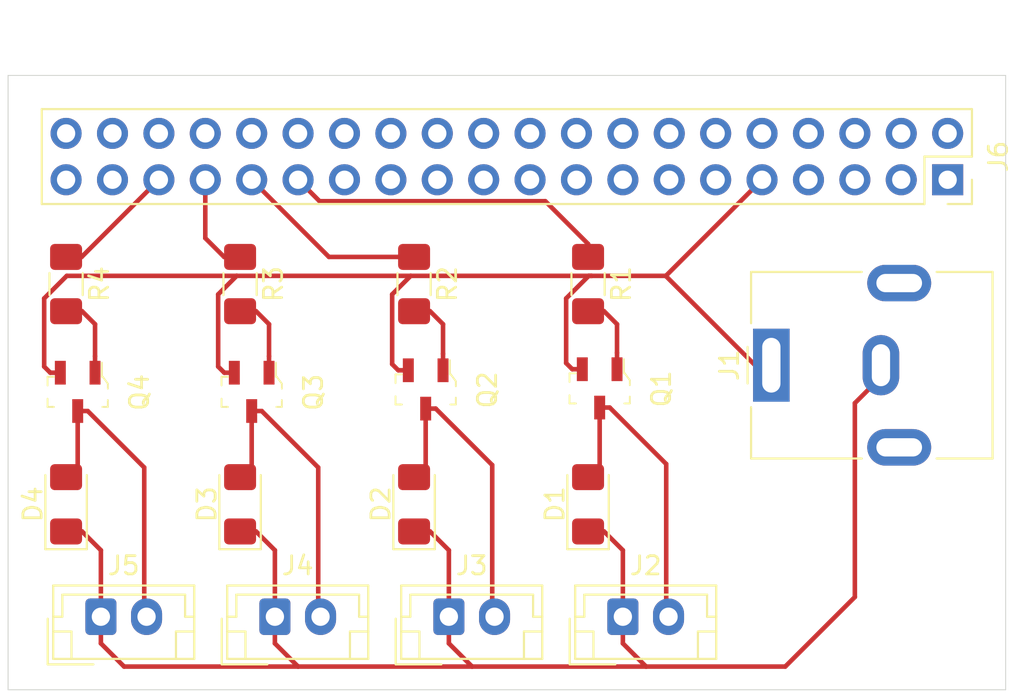
<source format=kicad_pcb>
(kicad_pcb (version 20171130) (host pcbnew "(5.1.5-0-10_14)")

  (general
    (thickness 1.6)
    (drawings 4)
    (tracks 104)
    (zones 0)
    (modules 18)
    (nets 50)
  )

  (page A4)
  (layers
    (0 F.Cu signal)
    (31 B.Cu signal)
    (32 B.Adhes user)
    (33 F.Adhes user)
    (34 B.Paste user)
    (35 F.Paste user)
    (36 B.SilkS user)
    (37 F.SilkS user)
    (38 B.Mask user)
    (39 F.Mask user)
    (40 Dwgs.User user)
    (41 Cmts.User user)
    (42 Eco1.User user)
    (43 Eco2.User user)
    (44 Edge.Cuts user)
    (45 Margin user)
    (46 B.CrtYd user)
    (47 F.CrtYd user)
    (48 B.Fab user)
    (49 F.Fab user)
  )

  (setup
    (last_trace_width 0.25)
    (trace_clearance 0.2)
    (zone_clearance 0.508)
    (zone_45_only no)
    (trace_min 0.2)
    (via_size 0.8)
    (via_drill 0.4)
    (via_min_size 0.4)
    (via_min_drill 0.3)
    (uvia_size 0.3)
    (uvia_drill 0.1)
    (uvias_allowed no)
    (uvia_min_size 0.2)
    (uvia_min_drill 0.1)
    (edge_width 0.05)
    (segment_width 0.2)
    (pcb_text_width 0.3)
    (pcb_text_size 1.5 1.5)
    (mod_edge_width 0.12)
    (mod_text_size 1 1)
    (mod_text_width 0.15)
    (pad_size 1.524 1.524)
    (pad_drill 0.762)
    (pad_to_mask_clearance 0.051)
    (solder_mask_min_width 0.25)
    (aux_axis_origin 0 0)
    (visible_elements FFFFFF7F)
    (pcbplotparams
      (layerselection 0x010fc_ffffffff)
      (usegerberextensions false)
      (usegerberattributes false)
      (usegerberadvancedattributes false)
      (creategerberjobfile false)
      (excludeedgelayer true)
      (linewidth 0.100000)
      (plotframeref false)
      (viasonmask false)
      (mode 1)
      (useauxorigin false)
      (hpglpennumber 1)
      (hpglpenspeed 20)
      (hpglpendiameter 15.000000)
      (psnegative false)
      (psa4output false)
      (plotreference true)
      (plotvalue true)
      (plotinvisibletext false)
      (padsonsilk false)
      (subtractmaskfromsilk false)
      (outputformat 1)
      (mirror false)
      (drillshape 1)
      (scaleselection 1)
      (outputdirectory ""))
  )

  (net 0 "")
  (net 1 "Net-(D1-Pad1)")
  (net 2 "Net-(D1-Pad2)")
  (net 3 "Net-(D2-Pad2)")
  (net 4 "Net-(D3-Pad2)")
  (net 5 "Net-(D4-Pad2)")
  (net 6 "Net-(J1-Pad1)")
  (net 7 "Net-(J6-Pad1)")
  (net 8 "Net-(J6-Pad2)")
  (net 9 "Net-(J6-Pad3)")
  (net 10 "Net-(J6-Pad4)")
  (net 11 "Net-(J6-Pad5)")
  (net 12 "Net-(J6-Pad6)")
  (net 13 "Net-(J6-Pad7)")
  (net 14 "Net-(J6-Pad8)")
  (net 15 "Net-(J6-Pad10)")
  (net 16 "Net-(J6-Pad11)")
  (net 17 "Net-(J6-Pad12)")
  (net 18 "Net-(J6-Pad13)")
  (net 19 "Net-(J6-Pad14)")
  (net 20 "Net-(J6-Pad15)")
  (net 21 "Net-(J6-Pad16)")
  (net 22 "Net-(J6-Pad17)")
  (net 23 "Net-(J6-Pad18)")
  (net 24 "Net-(J6-Pad19)")
  (net 25 "Net-(J6-Pad20)")
  (net 26 "Net-(J6-Pad21)")
  (net 27 "Net-(J6-Pad22)")
  (net 28 "Net-(J6-Pad23)")
  (net 29 "Net-(J6-Pad24)")
  (net 30 "Net-(J6-Pad25)")
  (net 31 "Net-(J6-Pad26)")
  (net 32 "Net-(J6-Pad27)")
  (net 33 "Net-(J6-Pad28)")
  (net 34 "Net-(J6-Pad29)")
  (net 35 "Net-(J6-Pad30)")
  (net 36 "Net-(J6-Pad31)")
  (net 37 "Net-(J6-Pad32)")
  (net 38 "Net-(J6-Pad33)")
  (net 39 "Net-(J6-Pad34)")
  (net 40 "Net-(J6-Pad35)")
  (net 41 "Net-(J6-Pad36)")
  (net 42 "Net-(J6-Pad37)")
  (net 43 "Net-(J6-Pad38)")
  (net 44 "Net-(J6-Pad39)")
  (net 45 "Net-(J6-Pad40)")
  (net 46 "Net-(Q1-Pad1)")
  (net 47 "Net-(Q2-Pad1)")
  (net 48 "Net-(Q3-Pad1)")
  (net 49 "Net-(Q4-Pad1)")

  (net_class Default "This is the default net class."
    (clearance 0.2)
    (trace_width 0.25)
    (via_dia 0.8)
    (via_drill 0.4)
    (uvia_dia 0.3)
    (uvia_drill 0.1)
    (add_net "Net-(D1-Pad1)")
    (add_net "Net-(D1-Pad2)")
    (add_net "Net-(D2-Pad2)")
    (add_net "Net-(D3-Pad2)")
    (add_net "Net-(D4-Pad2)")
    (add_net "Net-(J1-Pad1)")
    (add_net "Net-(J6-Pad1)")
    (add_net "Net-(J6-Pad10)")
    (add_net "Net-(J6-Pad11)")
    (add_net "Net-(J6-Pad12)")
    (add_net "Net-(J6-Pad13)")
    (add_net "Net-(J6-Pad14)")
    (add_net "Net-(J6-Pad15)")
    (add_net "Net-(J6-Pad16)")
    (add_net "Net-(J6-Pad17)")
    (add_net "Net-(J6-Pad18)")
    (add_net "Net-(J6-Pad19)")
    (add_net "Net-(J6-Pad2)")
    (add_net "Net-(J6-Pad20)")
    (add_net "Net-(J6-Pad21)")
    (add_net "Net-(J6-Pad22)")
    (add_net "Net-(J6-Pad23)")
    (add_net "Net-(J6-Pad24)")
    (add_net "Net-(J6-Pad25)")
    (add_net "Net-(J6-Pad26)")
    (add_net "Net-(J6-Pad27)")
    (add_net "Net-(J6-Pad28)")
    (add_net "Net-(J6-Pad29)")
    (add_net "Net-(J6-Pad3)")
    (add_net "Net-(J6-Pad30)")
    (add_net "Net-(J6-Pad31)")
    (add_net "Net-(J6-Pad32)")
    (add_net "Net-(J6-Pad33)")
    (add_net "Net-(J6-Pad34)")
    (add_net "Net-(J6-Pad35)")
    (add_net "Net-(J6-Pad36)")
    (add_net "Net-(J6-Pad37)")
    (add_net "Net-(J6-Pad38)")
    (add_net "Net-(J6-Pad39)")
    (add_net "Net-(J6-Pad4)")
    (add_net "Net-(J6-Pad40)")
    (add_net "Net-(J6-Pad5)")
    (add_net "Net-(J6-Pad6)")
    (add_net "Net-(J6-Pad7)")
    (add_net "Net-(J6-Pad8)")
    (add_net "Net-(Q1-Pad1)")
    (add_net "Net-(Q2-Pad1)")
    (add_net "Net-(Q3-Pad1)")
    (add_net "Net-(Q4-Pad1)")
  )

  (module Connector_JST:JST_EH_B2B-EH-A_1x02_P2.50mm_Vertical (layer F.Cu) (tedit 5C28142C) (tstamp 5E197401)
    (at 231.14 49.3395)
    (descr "JST EH series connector, B2B-EH-A (http://www.jst-mfg.com/product/pdf/eng/eEH.pdf), generated with kicad-footprint-generator")
    (tags "connector JST EH vertical")
    (path /5E1A7C9E)
    (fp_text reference J3 (at 1.25 -2.8) (layer F.SilkS)
      (effects (font (size 1 1) (thickness 0.15)))
    )
    (fp_text value "Oscillation Speed" (at 1.25 3.4) (layer F.Fab)
      (effects (font (size 1 1) (thickness 0.15)))
    )
    (fp_text user %R (at 1.25 1.5) (layer F.Fab)
      (effects (font (size 1 1) (thickness 0.15)))
    )
    (fp_line (start -2.91 2.61) (end -0.41 2.61) (layer F.Fab) (width 0.1))
    (fp_line (start -2.91 0.11) (end -2.91 2.61) (layer F.Fab) (width 0.1))
    (fp_line (start -2.91 2.61) (end -0.41 2.61) (layer F.SilkS) (width 0.12))
    (fp_line (start -2.91 0.11) (end -2.91 2.61) (layer F.SilkS) (width 0.12))
    (fp_line (start 4.11 0.81) (end 4.11 2.31) (layer F.SilkS) (width 0.12))
    (fp_line (start 5.11 0.81) (end 4.11 0.81) (layer F.SilkS) (width 0.12))
    (fp_line (start -1.61 0.81) (end -1.61 2.31) (layer F.SilkS) (width 0.12))
    (fp_line (start -2.61 0.81) (end -1.61 0.81) (layer F.SilkS) (width 0.12))
    (fp_line (start 4.61 0) (end 5.11 0) (layer F.SilkS) (width 0.12))
    (fp_line (start 4.61 -1.21) (end 4.61 0) (layer F.SilkS) (width 0.12))
    (fp_line (start -2.11 -1.21) (end 4.61 -1.21) (layer F.SilkS) (width 0.12))
    (fp_line (start -2.11 0) (end -2.11 -1.21) (layer F.SilkS) (width 0.12))
    (fp_line (start -2.61 0) (end -2.11 0) (layer F.SilkS) (width 0.12))
    (fp_line (start 5.11 -1.71) (end -2.61 -1.71) (layer F.SilkS) (width 0.12))
    (fp_line (start 5.11 2.31) (end 5.11 -1.71) (layer F.SilkS) (width 0.12))
    (fp_line (start -2.61 2.31) (end 5.11 2.31) (layer F.SilkS) (width 0.12))
    (fp_line (start -2.61 -1.71) (end -2.61 2.31) (layer F.SilkS) (width 0.12))
    (fp_line (start 5.5 -2.1) (end -3 -2.1) (layer F.CrtYd) (width 0.05))
    (fp_line (start 5.5 2.7) (end 5.5 -2.1) (layer F.CrtYd) (width 0.05))
    (fp_line (start -3 2.7) (end 5.5 2.7) (layer F.CrtYd) (width 0.05))
    (fp_line (start -3 -2.1) (end -3 2.7) (layer F.CrtYd) (width 0.05))
    (fp_line (start 5 -1.6) (end -2.5 -1.6) (layer F.Fab) (width 0.1))
    (fp_line (start 5 2.2) (end 5 -1.6) (layer F.Fab) (width 0.1))
    (fp_line (start -2.5 2.2) (end 5 2.2) (layer F.Fab) (width 0.1))
    (fp_line (start -2.5 -1.6) (end -2.5 2.2) (layer F.Fab) (width 0.1))
    (pad 2 thru_hole oval (at 2.5 0) (size 1.7 2) (drill 1) (layers *.Cu *.Mask)
      (net 3 "Net-(D2-Pad2)"))
    (pad 1 thru_hole roundrect (at 0 0) (size 1.7 2) (drill 1) (layers *.Cu *.Mask) (roundrect_rratio 0.147059)
      (net 1 "Net-(D1-Pad1)"))
    (model ${KISYS3DMOD}/Connector_JST.3dshapes/JST_EH_B2B-EH-A_1x02_P2.50mm_Vertical.wrl
      (at (xyz 0 0 0))
      (scale (xyz 1 1 1))
      (rotate (xyz 0 0 0))
    )
  )

  (module Diode_SMD:D_1206_3216Metric_Pad1.42x1.75mm_HandSolder (layer F.Cu) (tedit 5B4B45C8) (tstamp 5E1974BD)
    (at 238.76 43.18 90)
    (descr "Diode SMD 1206 (3216 Metric), square (rectangular) end terminal, IPC_7351 nominal, (Body size source: http://www.tortai-tech.com/upload/download/2011102023233369053.pdf), generated with kicad-footprint-generator")
    (tags "diode handsolder")
    (path /5E1BD298)
    (attr smd)
    (fp_text reference D1 (at 0 -1.82 90) (layer F.SilkS)
      (effects (font (size 1 1) (thickness 0.15)))
    )
    (fp_text value D (at 0 1.82 90) (layer F.Fab)
      (effects (font (size 1 1) (thickness 0.15)))
    )
    (fp_line (start 1.6 -0.8) (end -1.2 -0.8) (layer F.Fab) (width 0.1))
    (fp_line (start -1.2 -0.8) (end -1.6 -0.4) (layer F.Fab) (width 0.1))
    (fp_line (start -1.6 -0.4) (end -1.6 0.8) (layer F.Fab) (width 0.1))
    (fp_line (start -1.6 0.8) (end 1.6 0.8) (layer F.Fab) (width 0.1))
    (fp_line (start 1.6 0.8) (end 1.6 -0.8) (layer F.Fab) (width 0.1))
    (fp_line (start 1.6 -1.135) (end -2.46 -1.135) (layer F.SilkS) (width 0.12))
    (fp_line (start -2.46 -1.135) (end -2.46 1.135) (layer F.SilkS) (width 0.12))
    (fp_line (start -2.46 1.135) (end 1.6 1.135) (layer F.SilkS) (width 0.12))
    (fp_line (start -2.45 1.12) (end -2.45 -1.12) (layer F.CrtYd) (width 0.05))
    (fp_line (start -2.45 -1.12) (end 2.45 -1.12) (layer F.CrtYd) (width 0.05))
    (fp_line (start 2.45 -1.12) (end 2.45 1.12) (layer F.CrtYd) (width 0.05))
    (fp_line (start 2.45 1.12) (end -2.45 1.12) (layer F.CrtYd) (width 0.05))
    (fp_text user %R (at 0 0 90) (layer F.Fab)
      (effects (font (size 0.8 0.8) (thickness 0.12)))
    )
    (pad 1 smd roundrect (at -1.4875 0 90) (size 1.425 1.75) (layers F.Cu F.Paste F.Mask) (roundrect_rratio 0.175439)
      (net 1 "Net-(D1-Pad1)"))
    (pad 2 smd roundrect (at 1.4875 0 90) (size 1.425 1.75) (layers F.Cu F.Paste F.Mask) (roundrect_rratio 0.175439)
      (net 2 "Net-(D1-Pad2)"))
    (model ${KISYS3DMOD}/Diode_SMD.3dshapes/D_1206_3216Metric.wrl
      (at (xyz 0 0 0))
      (scale (xyz 1 1 1))
      (rotate (xyz 0 0 0))
    )
  )

  (module Diode_SMD:D_1206_3216Metric_Pad1.42x1.75mm_HandSolder (layer F.Cu) (tedit 5B4B45C8) (tstamp 5E197451)
    (at 229.235 43.18 90)
    (descr "Diode SMD 1206 (3216 Metric), square (rectangular) end terminal, IPC_7351 nominal, (Body size source: http://www.tortai-tech.com/upload/download/2011102023233369053.pdf), generated with kicad-footprint-generator")
    (tags "diode handsolder")
    (path /5E1BF9C8)
    (attr smd)
    (fp_text reference D2 (at 0 -1.82 90) (layer F.SilkS)
      (effects (font (size 1 1) (thickness 0.15)))
    )
    (fp_text value D (at 0 1.82 90) (layer F.Fab)
      (effects (font (size 1 1) (thickness 0.15)))
    )
    (fp_text user %R (at 0 0 90) (layer F.Fab)
      (effects (font (size 0.8 0.8) (thickness 0.12)))
    )
    (fp_line (start 2.45 1.12) (end -2.45 1.12) (layer F.CrtYd) (width 0.05))
    (fp_line (start 2.45 -1.12) (end 2.45 1.12) (layer F.CrtYd) (width 0.05))
    (fp_line (start -2.45 -1.12) (end 2.45 -1.12) (layer F.CrtYd) (width 0.05))
    (fp_line (start -2.45 1.12) (end -2.45 -1.12) (layer F.CrtYd) (width 0.05))
    (fp_line (start -2.46 1.135) (end 1.6 1.135) (layer F.SilkS) (width 0.12))
    (fp_line (start -2.46 -1.135) (end -2.46 1.135) (layer F.SilkS) (width 0.12))
    (fp_line (start 1.6 -1.135) (end -2.46 -1.135) (layer F.SilkS) (width 0.12))
    (fp_line (start 1.6 0.8) (end 1.6 -0.8) (layer F.Fab) (width 0.1))
    (fp_line (start -1.6 0.8) (end 1.6 0.8) (layer F.Fab) (width 0.1))
    (fp_line (start -1.6 -0.4) (end -1.6 0.8) (layer F.Fab) (width 0.1))
    (fp_line (start -1.2 -0.8) (end -1.6 -0.4) (layer F.Fab) (width 0.1))
    (fp_line (start 1.6 -0.8) (end -1.2 -0.8) (layer F.Fab) (width 0.1))
    (pad 2 smd roundrect (at 1.4875 0 90) (size 1.425 1.75) (layers F.Cu F.Paste F.Mask) (roundrect_rratio 0.175439)
      (net 3 "Net-(D2-Pad2)"))
    (pad 1 smd roundrect (at -1.4875 0 90) (size 1.425 1.75) (layers F.Cu F.Paste F.Mask) (roundrect_rratio 0.175439)
      (net 1 "Net-(D1-Pad1)"))
    (model ${KISYS3DMOD}/Diode_SMD.3dshapes/D_1206_3216Metric.wrl
      (at (xyz 0 0 0))
      (scale (xyz 1 1 1))
      (rotate (xyz 0 0 0))
    )
  )

  (module Diode_SMD:D_1206_3216Metric_Pad1.42x1.75mm_HandSolder (layer F.Cu) (tedit 5B4B45C8) (tstamp 5E197487)
    (at 219.71 43.18 90)
    (descr "Diode SMD 1206 (3216 Metric), square (rectangular) end terminal, IPC_7351 nominal, (Body size source: http://www.tortai-tech.com/upload/download/2011102023233369053.pdf), generated with kicad-footprint-generator")
    (tags "diode handsolder")
    (path /5E1C2080)
    (attr smd)
    (fp_text reference D3 (at 0 -1.82 90) (layer F.SilkS)
      (effects (font (size 1 1) (thickness 0.15)))
    )
    (fp_text value D (at 0 1.82 90) (layer F.Fab)
      (effects (font (size 1 1) (thickness 0.15)))
    )
    (fp_line (start 1.6 -0.8) (end -1.2 -0.8) (layer F.Fab) (width 0.1))
    (fp_line (start -1.2 -0.8) (end -1.6 -0.4) (layer F.Fab) (width 0.1))
    (fp_line (start -1.6 -0.4) (end -1.6 0.8) (layer F.Fab) (width 0.1))
    (fp_line (start -1.6 0.8) (end 1.6 0.8) (layer F.Fab) (width 0.1))
    (fp_line (start 1.6 0.8) (end 1.6 -0.8) (layer F.Fab) (width 0.1))
    (fp_line (start 1.6 -1.135) (end -2.46 -1.135) (layer F.SilkS) (width 0.12))
    (fp_line (start -2.46 -1.135) (end -2.46 1.135) (layer F.SilkS) (width 0.12))
    (fp_line (start -2.46 1.135) (end 1.6 1.135) (layer F.SilkS) (width 0.12))
    (fp_line (start -2.45 1.12) (end -2.45 -1.12) (layer F.CrtYd) (width 0.05))
    (fp_line (start -2.45 -1.12) (end 2.45 -1.12) (layer F.CrtYd) (width 0.05))
    (fp_line (start 2.45 -1.12) (end 2.45 1.12) (layer F.CrtYd) (width 0.05))
    (fp_line (start 2.45 1.12) (end -2.45 1.12) (layer F.CrtYd) (width 0.05))
    (fp_text user %R (at 0 0 90) (layer F.Fab)
      (effects (font (size 0.8 0.8) (thickness 0.12)))
    )
    (pad 1 smd roundrect (at -1.4875 0 90) (size 1.425 1.75) (layers F.Cu F.Paste F.Mask) (roundrect_rratio 0.175439)
      (net 1 "Net-(D1-Pad1)"))
    (pad 2 smd roundrect (at 1.4875 0 90) (size 1.425 1.75) (layers F.Cu F.Paste F.Mask) (roundrect_rratio 0.175439)
      (net 4 "Net-(D3-Pad2)"))
    (model ${KISYS3DMOD}/Diode_SMD.3dshapes/D_1206_3216Metric.wrl
      (at (xyz 0 0 0))
      (scale (xyz 1 1 1))
      (rotate (xyz 0 0 0))
    )
  )

  (module Diode_SMD:D_1206_3216Metric_Pad1.42x1.75mm_HandSolder (layer F.Cu) (tedit 5B4B45C8) (tstamp 5E1972B3)
    (at 210.185 43.18 90)
    (descr "Diode SMD 1206 (3216 Metric), square (rectangular) end terminal, IPC_7351 nominal, (Body size source: http://www.tortai-tech.com/upload/download/2011102023233369053.pdf), generated with kicad-footprint-generator")
    (tags "diode handsolder")
    (path /5E1C3AEB)
    (attr smd)
    (fp_text reference D4 (at 0 -1.82 90) (layer F.SilkS)
      (effects (font (size 1 1) (thickness 0.15)))
    )
    (fp_text value D (at 0 1.82 90) (layer F.Fab)
      (effects (font (size 1 1) (thickness 0.15)))
    )
    (fp_text user %R (at 0 0 90) (layer F.Fab)
      (effects (font (size 0.8 0.8) (thickness 0.12)))
    )
    (fp_line (start 2.45 1.12) (end -2.45 1.12) (layer F.CrtYd) (width 0.05))
    (fp_line (start 2.45 -1.12) (end 2.45 1.12) (layer F.CrtYd) (width 0.05))
    (fp_line (start -2.45 -1.12) (end 2.45 -1.12) (layer F.CrtYd) (width 0.05))
    (fp_line (start -2.45 1.12) (end -2.45 -1.12) (layer F.CrtYd) (width 0.05))
    (fp_line (start -2.46 1.135) (end 1.6 1.135) (layer F.SilkS) (width 0.12))
    (fp_line (start -2.46 -1.135) (end -2.46 1.135) (layer F.SilkS) (width 0.12))
    (fp_line (start 1.6 -1.135) (end -2.46 -1.135) (layer F.SilkS) (width 0.12))
    (fp_line (start 1.6 0.8) (end 1.6 -0.8) (layer F.Fab) (width 0.1))
    (fp_line (start -1.6 0.8) (end 1.6 0.8) (layer F.Fab) (width 0.1))
    (fp_line (start -1.6 -0.4) (end -1.6 0.8) (layer F.Fab) (width 0.1))
    (fp_line (start -1.2 -0.8) (end -1.6 -0.4) (layer F.Fab) (width 0.1))
    (fp_line (start 1.6 -0.8) (end -1.2 -0.8) (layer F.Fab) (width 0.1))
    (pad 2 smd roundrect (at 1.4875 0 90) (size 1.425 1.75) (layers F.Cu F.Paste F.Mask) (roundrect_rratio 0.175439)
      (net 5 "Net-(D4-Pad2)"))
    (pad 1 smd roundrect (at -1.4875 0 90) (size 1.425 1.75) (layers F.Cu F.Paste F.Mask) (roundrect_rratio 0.175439)
      (net 1 "Net-(D1-Pad1)"))
    (model ${KISYS3DMOD}/Diode_SMD.3dshapes/D_1206_3216Metric.wrl
      (at (xyz 0 0 0))
      (scale (xyz 1 1 1))
      (rotate (xyz 0 0 0))
    )
  )

  (module Connector_BarrelJack:BarrelJack_CUI_PJ-063AH_Horizontal (layer F.Cu) (tedit 5B0886BD) (tstamp 5E191322)
    (at 248.793 35.56 90)
    (descr "Barrel Jack, 2.0mm ID, 5.5mm OD, 24V, 8A, no switch, https://www.cui.com/product/resource/pj-063ah.pdf")
    (tags "barrel jack cui dc power")
    (path /5E1AA034)
    (fp_text reference J1 (at 0 -2.3 90) (layer F.SilkS)
      (effects (font (size 1 1) (thickness 0.15)))
    )
    (fp_text value Barrel_Jack (at 0 13 90) (layer F.Fab)
      (effects (font (size 1 1) (thickness 0.15)))
    )
    (fp_line (start -5 -1) (end -1 -1) (layer F.Fab) (width 0.1))
    (fp_line (start -1 -1) (end 0 0) (layer F.Fab) (width 0.1))
    (fp_line (start 0 0) (end 1 -1) (layer F.Fab) (width 0.1))
    (fp_line (start 1 -1) (end 5 -1) (layer F.Fab) (width 0.1))
    (fp_line (start 5 -1) (end 5 12) (layer F.Fab) (width 0.1))
    (fp_line (start 5 12) (end -5 12) (layer F.Fab) (width 0.1))
    (fp_line (start -5 12) (end -5 -1) (layer F.Fab) (width 0.1))
    (fp_line (start -5.11 4.95) (end -5.11 -1.11) (layer F.SilkS) (width 0.12))
    (fp_line (start -5.11 -1.11) (end -2.3 -1.11) (layer F.SilkS) (width 0.12))
    (fp_line (start 2.3 -1.11) (end 5.11 -1.11) (layer F.SilkS) (width 0.12))
    (fp_line (start 5.11 -1.11) (end 5.11 4.95) (layer F.SilkS) (width 0.12))
    (fp_line (start 5.11 9.05) (end 5.11 12.11) (layer F.SilkS) (width 0.12))
    (fp_line (start 5.11 12.11) (end -5.11 12.11) (layer F.SilkS) (width 0.12))
    (fp_line (start -5.11 12.11) (end -5.11 9.05) (layer F.SilkS) (width 0.12))
    (fp_line (start -1 -1.3) (end 1 -1.3) (layer F.SilkS) (width 0.12))
    (fp_line (start -6 -1.5) (end -6 12.5) (layer F.CrtYd) (width 0.05))
    (fp_line (start -6 12.5) (end 6 12.5) (layer F.CrtYd) (width 0.05))
    (fp_line (start 6 12.5) (end 6 -1.5) (layer F.CrtYd) (width 0.05))
    (fp_line (start 6 -1.5) (end -6 -1.5) (layer F.CrtYd) (width 0.05))
    (fp_text user %R (at 0 5.5 90) (layer F.Fab)
      (effects (font (size 1 1) (thickness 0.15)))
    )
    (pad 1 thru_hole rect (at 0 0 90) (size 4 2) (drill oval 3 1) (layers *.Cu *.Mask)
      (net 6 "Net-(J1-Pad1)"))
    (pad 2 thru_hole oval (at 0 6 90) (size 3.3 2) (drill oval 2.3 1) (layers *.Cu *.Mask)
      (net 1 "Net-(D1-Pad1)"))
    (pad MP thru_hole oval (at -4.5 7 90) (size 2 3.5) (drill oval 1 2.5) (layers *.Cu *.Mask))
    (pad MP thru_hole oval (at 4.5 7 90) (size 2 3.5) (drill oval 1 2.5) (layers *.Cu *.Mask))
    (pad "" np_thru_hole circle (at 0 9 90) (size 1.6 1.6) (drill 1.6) (layers *.Cu *.Mask))
    (model ${KISYS3DMOD}/Connector_BarrelJack.3dshapes/BarrelJack_CUI_PJ-063AH_Horizontal.wrl
      (at (xyz 0 0 0))
      (scale (xyz 1 1 1))
      (rotate (xyz 0 0 0))
    )
  )

  (module Connector_JST:JST_EH_B2B-EH-A_1x02_P2.50mm_Vertical (layer F.Cu) (tedit 5C28142C) (tstamp 5E1924D9)
    (at 240.665 49.3395)
    (descr "JST EH series connector, B2B-EH-A (http://www.jst-mfg.com/product/pdf/eng/eEH.pdf), generated with kicad-footprint-generator")
    (tags "connector JST EH vertical")
    (path /5E1A73CB)
    (fp_text reference J2 (at 1.25 -2.8) (layer F.SilkS)
      (effects (font (size 1 1) (thickness 0.15)))
    )
    (fp_text value "Firing Speed" (at 1.25 3.4) (layer F.Fab)
      (effects (font (size 1 1) (thickness 0.15)))
    )
    (fp_line (start -2.5 -1.6) (end -2.5 2.2) (layer F.Fab) (width 0.1))
    (fp_line (start -2.5 2.2) (end 5 2.2) (layer F.Fab) (width 0.1))
    (fp_line (start 5 2.2) (end 5 -1.6) (layer F.Fab) (width 0.1))
    (fp_line (start 5 -1.6) (end -2.5 -1.6) (layer F.Fab) (width 0.1))
    (fp_line (start -3 -2.1) (end -3 2.7) (layer F.CrtYd) (width 0.05))
    (fp_line (start -3 2.7) (end 5.5 2.7) (layer F.CrtYd) (width 0.05))
    (fp_line (start 5.5 2.7) (end 5.5 -2.1) (layer F.CrtYd) (width 0.05))
    (fp_line (start 5.5 -2.1) (end -3 -2.1) (layer F.CrtYd) (width 0.05))
    (fp_line (start -2.61 -1.71) (end -2.61 2.31) (layer F.SilkS) (width 0.12))
    (fp_line (start -2.61 2.31) (end 5.11 2.31) (layer F.SilkS) (width 0.12))
    (fp_line (start 5.11 2.31) (end 5.11 -1.71) (layer F.SilkS) (width 0.12))
    (fp_line (start 5.11 -1.71) (end -2.61 -1.71) (layer F.SilkS) (width 0.12))
    (fp_line (start -2.61 0) (end -2.11 0) (layer F.SilkS) (width 0.12))
    (fp_line (start -2.11 0) (end -2.11 -1.21) (layer F.SilkS) (width 0.12))
    (fp_line (start -2.11 -1.21) (end 4.61 -1.21) (layer F.SilkS) (width 0.12))
    (fp_line (start 4.61 -1.21) (end 4.61 0) (layer F.SilkS) (width 0.12))
    (fp_line (start 4.61 0) (end 5.11 0) (layer F.SilkS) (width 0.12))
    (fp_line (start -2.61 0.81) (end -1.61 0.81) (layer F.SilkS) (width 0.12))
    (fp_line (start -1.61 0.81) (end -1.61 2.31) (layer F.SilkS) (width 0.12))
    (fp_line (start 5.11 0.81) (end 4.11 0.81) (layer F.SilkS) (width 0.12))
    (fp_line (start 4.11 0.81) (end 4.11 2.31) (layer F.SilkS) (width 0.12))
    (fp_line (start -2.91 0.11) (end -2.91 2.61) (layer F.SilkS) (width 0.12))
    (fp_line (start -2.91 2.61) (end -0.41 2.61) (layer F.SilkS) (width 0.12))
    (fp_line (start -2.91 0.11) (end -2.91 2.61) (layer F.Fab) (width 0.1))
    (fp_line (start -2.91 2.61) (end -0.41 2.61) (layer F.Fab) (width 0.1))
    (fp_text user %R (at 1.25 1.5) (layer F.Fab)
      (effects (font (size 1 1) (thickness 0.15)))
    )
    (pad 1 thru_hole roundrect (at 0 0) (size 1.7 2) (drill 1) (layers *.Cu *.Mask) (roundrect_rratio 0.147059)
      (net 1 "Net-(D1-Pad1)"))
    (pad 2 thru_hole oval (at 2.5 0) (size 1.7 2) (drill 1) (layers *.Cu *.Mask)
      (net 2 "Net-(D1-Pad2)"))
    (model ${KISYS3DMOD}/Connector_JST.3dshapes/JST_EH_B2B-EH-A_1x02_P2.50mm_Vertical.wrl
      (at (xyz 0 0 0))
      (scale (xyz 1 1 1))
      (rotate (xyz 0 0 0))
    )
  )

  (module Connector_JST:JST_EH_B2B-EH-A_1x02_P2.50mm_Vertical (layer F.Cu) (tedit 5C28142C) (tstamp 5E1973A4)
    (at 221.615 49.3395)
    (descr "JST EH series connector, B2B-EH-A (http://www.jst-mfg.com/product/pdf/eng/eEH.pdf), generated with kicad-footprint-generator")
    (tags "connector JST EH vertical")
    (path /5E1A82DD)
    (fp_text reference J4 (at 1.25 -2.8) (layer F.SilkS)
      (effects (font (size 1 1) (thickness 0.15)))
    )
    (fp_text value Topspin (at 1.25 3.4) (layer F.Fab)
      (effects (font (size 1 1) (thickness 0.15)))
    )
    (fp_line (start -2.5 -1.6) (end -2.5 2.2) (layer F.Fab) (width 0.1))
    (fp_line (start -2.5 2.2) (end 5 2.2) (layer F.Fab) (width 0.1))
    (fp_line (start 5 2.2) (end 5 -1.6) (layer F.Fab) (width 0.1))
    (fp_line (start 5 -1.6) (end -2.5 -1.6) (layer F.Fab) (width 0.1))
    (fp_line (start -3 -2.1) (end -3 2.7) (layer F.CrtYd) (width 0.05))
    (fp_line (start -3 2.7) (end 5.5 2.7) (layer F.CrtYd) (width 0.05))
    (fp_line (start 5.5 2.7) (end 5.5 -2.1) (layer F.CrtYd) (width 0.05))
    (fp_line (start 5.5 -2.1) (end -3 -2.1) (layer F.CrtYd) (width 0.05))
    (fp_line (start -2.61 -1.71) (end -2.61 2.31) (layer F.SilkS) (width 0.12))
    (fp_line (start -2.61 2.31) (end 5.11 2.31) (layer F.SilkS) (width 0.12))
    (fp_line (start 5.11 2.31) (end 5.11 -1.71) (layer F.SilkS) (width 0.12))
    (fp_line (start 5.11 -1.71) (end -2.61 -1.71) (layer F.SilkS) (width 0.12))
    (fp_line (start -2.61 0) (end -2.11 0) (layer F.SilkS) (width 0.12))
    (fp_line (start -2.11 0) (end -2.11 -1.21) (layer F.SilkS) (width 0.12))
    (fp_line (start -2.11 -1.21) (end 4.61 -1.21) (layer F.SilkS) (width 0.12))
    (fp_line (start 4.61 -1.21) (end 4.61 0) (layer F.SilkS) (width 0.12))
    (fp_line (start 4.61 0) (end 5.11 0) (layer F.SilkS) (width 0.12))
    (fp_line (start -2.61 0.81) (end -1.61 0.81) (layer F.SilkS) (width 0.12))
    (fp_line (start -1.61 0.81) (end -1.61 2.31) (layer F.SilkS) (width 0.12))
    (fp_line (start 5.11 0.81) (end 4.11 0.81) (layer F.SilkS) (width 0.12))
    (fp_line (start 4.11 0.81) (end 4.11 2.31) (layer F.SilkS) (width 0.12))
    (fp_line (start -2.91 0.11) (end -2.91 2.61) (layer F.SilkS) (width 0.12))
    (fp_line (start -2.91 2.61) (end -0.41 2.61) (layer F.SilkS) (width 0.12))
    (fp_line (start -2.91 0.11) (end -2.91 2.61) (layer F.Fab) (width 0.1))
    (fp_line (start -2.91 2.61) (end -0.41 2.61) (layer F.Fab) (width 0.1))
    (fp_text user %R (at 1.25 1.5) (layer F.Fab)
      (effects (font (size 1 1) (thickness 0.15)))
    )
    (pad 1 thru_hole roundrect (at 0 0) (size 1.7 2) (drill 1) (layers *.Cu *.Mask) (roundrect_rratio 0.147059)
      (net 1 "Net-(D1-Pad1)"))
    (pad 2 thru_hole oval (at 2.5 0) (size 1.7 2) (drill 1) (layers *.Cu *.Mask)
      (net 4 "Net-(D3-Pad2)"))
    (model ${KISYS3DMOD}/Connector_JST.3dshapes/JST_EH_B2B-EH-A_1x02_P2.50mm_Vertical.wrl
      (at (xyz 0 0 0))
      (scale (xyz 1 1 1))
      (rotate (xyz 0 0 0))
    )
  )

  (module Connector_JST:JST_EH_B2B-EH-A_1x02_P2.50mm_Vertical (layer F.Cu) (tedit 5C28142C) (tstamp 5E197347)
    (at 212.09 49.3395)
    (descr "JST EH series connector, B2B-EH-A (http://www.jst-mfg.com/product/pdf/eng/eEH.pdf), generated with kicad-footprint-generator")
    (tags "connector JST EH vertical")
    (path /5E1A891C)
    (fp_text reference J5 (at 1.25 -2.8) (layer F.SilkS)
      (effects (font (size 1 1) (thickness 0.15)))
    )
    (fp_text value Backspin (at 1.25 3.4) (layer F.Fab)
      (effects (font (size 1 1) (thickness 0.15)))
    )
    (fp_text user %R (at 1.25 1.5) (layer F.Fab)
      (effects (font (size 1 1) (thickness 0.15)))
    )
    (fp_line (start -2.91 2.61) (end -0.41 2.61) (layer F.Fab) (width 0.1))
    (fp_line (start -2.91 0.11) (end -2.91 2.61) (layer F.Fab) (width 0.1))
    (fp_line (start -2.91 2.61) (end -0.41 2.61) (layer F.SilkS) (width 0.12))
    (fp_line (start -2.91 0.11) (end -2.91 2.61) (layer F.SilkS) (width 0.12))
    (fp_line (start 4.11 0.81) (end 4.11 2.31) (layer F.SilkS) (width 0.12))
    (fp_line (start 5.11 0.81) (end 4.11 0.81) (layer F.SilkS) (width 0.12))
    (fp_line (start -1.61 0.81) (end -1.61 2.31) (layer F.SilkS) (width 0.12))
    (fp_line (start -2.61 0.81) (end -1.61 0.81) (layer F.SilkS) (width 0.12))
    (fp_line (start 4.61 0) (end 5.11 0) (layer F.SilkS) (width 0.12))
    (fp_line (start 4.61 -1.21) (end 4.61 0) (layer F.SilkS) (width 0.12))
    (fp_line (start -2.11 -1.21) (end 4.61 -1.21) (layer F.SilkS) (width 0.12))
    (fp_line (start -2.11 0) (end -2.11 -1.21) (layer F.SilkS) (width 0.12))
    (fp_line (start -2.61 0) (end -2.11 0) (layer F.SilkS) (width 0.12))
    (fp_line (start 5.11 -1.71) (end -2.61 -1.71) (layer F.SilkS) (width 0.12))
    (fp_line (start 5.11 2.31) (end 5.11 -1.71) (layer F.SilkS) (width 0.12))
    (fp_line (start -2.61 2.31) (end 5.11 2.31) (layer F.SilkS) (width 0.12))
    (fp_line (start -2.61 -1.71) (end -2.61 2.31) (layer F.SilkS) (width 0.12))
    (fp_line (start 5.5 -2.1) (end -3 -2.1) (layer F.CrtYd) (width 0.05))
    (fp_line (start 5.5 2.7) (end 5.5 -2.1) (layer F.CrtYd) (width 0.05))
    (fp_line (start -3 2.7) (end 5.5 2.7) (layer F.CrtYd) (width 0.05))
    (fp_line (start -3 -2.1) (end -3 2.7) (layer F.CrtYd) (width 0.05))
    (fp_line (start 5 -1.6) (end -2.5 -1.6) (layer F.Fab) (width 0.1))
    (fp_line (start 5 2.2) (end 5 -1.6) (layer F.Fab) (width 0.1))
    (fp_line (start -2.5 2.2) (end 5 2.2) (layer F.Fab) (width 0.1))
    (fp_line (start -2.5 -1.6) (end -2.5 2.2) (layer F.Fab) (width 0.1))
    (pad 2 thru_hole oval (at 2.5 0) (size 1.7 2) (drill 1) (layers *.Cu *.Mask)
      (net 5 "Net-(D4-Pad2)"))
    (pad 1 thru_hole roundrect (at 0 0) (size 1.7 2) (drill 1) (layers *.Cu *.Mask) (roundrect_rratio 0.147059)
      (net 1 "Net-(D1-Pad1)"))
    (model ${KISYS3DMOD}/Connector_JST.3dshapes/JST_EH_B2B-EH-A_1x02_P2.50mm_Vertical.wrl
      (at (xyz 0 0 0))
      (scale (xyz 1 1 1))
      (rotate (xyz 0 0 0))
    )
  )

  (module Connector_PinSocket_2.54mm:PinSocket_2x20_P2.54mm_Vertical (layer F.Cu) (tedit 5A19A433) (tstamp 5E196624)
    (at 258.445 25.4 270)
    (descr "Through hole straight socket strip, 2x20, 2.54mm pitch, double cols (from Kicad 4.0.7), script generated")
    (tags "Through hole socket strip THT 2x20 2.54mm double row")
    (path /5E1855F6)
    (fp_text reference J6 (at -1.27 -2.77 90) (layer F.SilkS)
      (effects (font (size 1 1) (thickness 0.15)))
    )
    (fp_text value Conn_02x20_Odd_Even (at -1.27 51.03 90) (layer F.Fab)
      (effects (font (size 1 1) (thickness 0.15)))
    )
    (fp_line (start -3.81 -1.27) (end 0.27 -1.27) (layer F.Fab) (width 0.1))
    (fp_line (start 0.27 -1.27) (end 1.27 -0.27) (layer F.Fab) (width 0.1))
    (fp_line (start 1.27 -0.27) (end 1.27 49.53) (layer F.Fab) (width 0.1))
    (fp_line (start 1.27 49.53) (end -3.81 49.53) (layer F.Fab) (width 0.1))
    (fp_line (start -3.81 49.53) (end -3.81 -1.27) (layer F.Fab) (width 0.1))
    (fp_line (start -3.87 -1.33) (end -1.27 -1.33) (layer F.SilkS) (width 0.12))
    (fp_line (start -3.87 -1.33) (end -3.87 49.59) (layer F.SilkS) (width 0.12))
    (fp_line (start -3.87 49.59) (end 1.33 49.59) (layer F.SilkS) (width 0.12))
    (fp_line (start 1.33 1.27) (end 1.33 49.59) (layer F.SilkS) (width 0.12))
    (fp_line (start -1.27 1.27) (end 1.33 1.27) (layer F.SilkS) (width 0.12))
    (fp_line (start -1.27 -1.33) (end -1.27 1.27) (layer F.SilkS) (width 0.12))
    (fp_line (start 1.33 -1.33) (end 1.33 0) (layer F.SilkS) (width 0.12))
    (fp_line (start 0 -1.33) (end 1.33 -1.33) (layer F.SilkS) (width 0.12))
    (fp_line (start -4.34 -1.8) (end 1.76 -1.8) (layer F.CrtYd) (width 0.05))
    (fp_line (start 1.76 -1.8) (end 1.76 50) (layer F.CrtYd) (width 0.05))
    (fp_line (start 1.76 50) (end -4.34 50) (layer F.CrtYd) (width 0.05))
    (fp_line (start -4.34 50) (end -4.34 -1.8) (layer F.CrtYd) (width 0.05))
    (fp_text user %R (at -1.27 24.13) (layer F.Fab)
      (effects (font (size 1 1) (thickness 0.15)))
    )
    (pad 1 thru_hole rect (at 0 0 270) (size 1.7 1.7) (drill 1) (layers *.Cu *.Mask)
      (net 7 "Net-(J6-Pad1)"))
    (pad 2 thru_hole oval (at -2.54 0 270) (size 1.7 1.7) (drill 1) (layers *.Cu *.Mask)
      (net 8 "Net-(J6-Pad2)"))
    (pad 3 thru_hole oval (at 0 2.54 270) (size 1.7 1.7) (drill 1) (layers *.Cu *.Mask)
      (net 9 "Net-(J6-Pad3)"))
    (pad 4 thru_hole oval (at -2.54 2.54 270) (size 1.7 1.7) (drill 1) (layers *.Cu *.Mask)
      (net 10 "Net-(J6-Pad4)"))
    (pad 5 thru_hole oval (at 0 5.08 270) (size 1.7 1.7) (drill 1) (layers *.Cu *.Mask)
      (net 11 "Net-(J6-Pad5)"))
    (pad 6 thru_hole oval (at -2.54 5.08 270) (size 1.7 1.7) (drill 1) (layers *.Cu *.Mask)
      (net 12 "Net-(J6-Pad6)"))
    (pad 7 thru_hole oval (at 0 7.62 270) (size 1.7 1.7) (drill 1) (layers *.Cu *.Mask)
      (net 13 "Net-(J6-Pad7)"))
    (pad 8 thru_hole oval (at -2.54 7.62 270) (size 1.7 1.7) (drill 1) (layers *.Cu *.Mask)
      (net 14 "Net-(J6-Pad8)"))
    (pad 9 thru_hole oval (at 0 10.16 270) (size 1.7 1.7) (drill 1) (layers *.Cu *.Mask)
      (net 6 "Net-(J1-Pad1)"))
    (pad 10 thru_hole oval (at -2.54 10.16 270) (size 1.7 1.7) (drill 1) (layers *.Cu *.Mask)
      (net 15 "Net-(J6-Pad10)"))
    (pad 11 thru_hole oval (at 0 12.7 270) (size 1.7 1.7) (drill 1) (layers *.Cu *.Mask)
      (net 16 "Net-(J6-Pad11)"))
    (pad 12 thru_hole oval (at -2.54 12.7 270) (size 1.7 1.7) (drill 1) (layers *.Cu *.Mask)
      (net 17 "Net-(J6-Pad12)"))
    (pad 13 thru_hole oval (at 0 15.24 270) (size 1.7 1.7) (drill 1) (layers *.Cu *.Mask)
      (net 18 "Net-(J6-Pad13)"))
    (pad 14 thru_hole oval (at -2.54 15.24 270) (size 1.7 1.7) (drill 1) (layers *.Cu *.Mask)
      (net 19 "Net-(J6-Pad14)"))
    (pad 15 thru_hole oval (at 0 17.78 270) (size 1.7 1.7) (drill 1) (layers *.Cu *.Mask)
      (net 20 "Net-(J6-Pad15)"))
    (pad 16 thru_hole oval (at -2.54 17.78 270) (size 1.7 1.7) (drill 1) (layers *.Cu *.Mask)
      (net 21 "Net-(J6-Pad16)"))
    (pad 17 thru_hole oval (at 0 20.32 270) (size 1.7 1.7) (drill 1) (layers *.Cu *.Mask)
      (net 22 "Net-(J6-Pad17)"))
    (pad 18 thru_hole oval (at -2.54 20.32 270) (size 1.7 1.7) (drill 1) (layers *.Cu *.Mask)
      (net 23 "Net-(J6-Pad18)"))
    (pad 19 thru_hole oval (at 0 22.86 270) (size 1.7 1.7) (drill 1) (layers *.Cu *.Mask)
      (net 24 "Net-(J6-Pad19)"))
    (pad 20 thru_hole oval (at -2.54 22.86 270) (size 1.7 1.7) (drill 1) (layers *.Cu *.Mask)
      (net 25 "Net-(J6-Pad20)"))
    (pad 21 thru_hole oval (at 0 25.4 270) (size 1.7 1.7) (drill 1) (layers *.Cu *.Mask)
      (net 26 "Net-(J6-Pad21)"))
    (pad 22 thru_hole oval (at -2.54 25.4 270) (size 1.7 1.7) (drill 1) (layers *.Cu *.Mask)
      (net 27 "Net-(J6-Pad22)"))
    (pad 23 thru_hole oval (at 0 27.94 270) (size 1.7 1.7) (drill 1) (layers *.Cu *.Mask)
      (net 28 "Net-(J6-Pad23)"))
    (pad 24 thru_hole oval (at -2.54 27.94 270) (size 1.7 1.7) (drill 1) (layers *.Cu *.Mask)
      (net 29 "Net-(J6-Pad24)"))
    (pad 25 thru_hole oval (at 0 30.48 270) (size 1.7 1.7) (drill 1) (layers *.Cu *.Mask)
      (net 30 "Net-(J6-Pad25)"))
    (pad 26 thru_hole oval (at -2.54 30.48 270) (size 1.7 1.7) (drill 1) (layers *.Cu *.Mask)
      (net 31 "Net-(J6-Pad26)"))
    (pad 27 thru_hole oval (at 0 33.02 270) (size 1.7 1.7) (drill 1) (layers *.Cu *.Mask)
      (net 32 "Net-(J6-Pad27)"))
    (pad 28 thru_hole oval (at -2.54 33.02 270) (size 1.7 1.7) (drill 1) (layers *.Cu *.Mask)
      (net 33 "Net-(J6-Pad28)"))
    (pad 29 thru_hole oval (at 0 35.56 270) (size 1.7 1.7) (drill 1) (layers *.Cu *.Mask)
      (net 34 "Net-(J6-Pad29)"))
    (pad 30 thru_hole oval (at -2.54 35.56 270) (size 1.7 1.7) (drill 1) (layers *.Cu *.Mask)
      (net 35 "Net-(J6-Pad30)"))
    (pad 31 thru_hole oval (at 0 38.1 270) (size 1.7 1.7) (drill 1) (layers *.Cu *.Mask)
      (net 36 "Net-(J6-Pad31)"))
    (pad 32 thru_hole oval (at -2.54 38.1 270) (size 1.7 1.7) (drill 1) (layers *.Cu *.Mask)
      (net 37 "Net-(J6-Pad32)"))
    (pad 33 thru_hole oval (at 0 40.64 270) (size 1.7 1.7) (drill 1) (layers *.Cu *.Mask)
      (net 38 "Net-(J6-Pad33)"))
    (pad 34 thru_hole oval (at -2.54 40.64 270) (size 1.7 1.7) (drill 1) (layers *.Cu *.Mask)
      (net 39 "Net-(J6-Pad34)"))
    (pad 35 thru_hole oval (at 0 43.18 270) (size 1.7 1.7) (drill 1) (layers *.Cu *.Mask)
      (net 40 "Net-(J6-Pad35)"))
    (pad 36 thru_hole oval (at -2.54 43.18 270) (size 1.7 1.7) (drill 1) (layers *.Cu *.Mask)
      (net 41 "Net-(J6-Pad36)"))
    (pad 37 thru_hole oval (at 0 45.72 270) (size 1.7 1.7) (drill 1) (layers *.Cu *.Mask)
      (net 42 "Net-(J6-Pad37)"))
    (pad 38 thru_hole oval (at -2.54 45.72 270) (size 1.7 1.7) (drill 1) (layers *.Cu *.Mask)
      (net 43 "Net-(J6-Pad38)"))
    (pad 39 thru_hole oval (at 0 48.26 270) (size 1.7 1.7) (drill 1) (layers *.Cu *.Mask)
      (net 44 "Net-(J6-Pad39)"))
    (pad 40 thru_hole oval (at -2.54 48.26 270) (size 1.7 1.7) (drill 1) (layers *.Cu *.Mask)
      (net 45 "Net-(J6-Pad40)"))
    (model ${KISYS3DMOD}/Connector_PinSocket_2.54mm.3dshapes/PinSocket_2x20_P2.54mm_Vertical.wrl
      (at (xyz 0 0 0))
      (scale (xyz 1 1 1))
      (rotate (xyz 0 0 0))
    )
  )

  (module digikey-footprints:SOT-23-3 (layer F.Cu) (tedit 5D28A5E3) (tstamp 5E1972F2)
    (at 239.395 36.83 270)
    (path /5E23A762)
    (attr smd)
    (fp_text reference Q1 (at 0.025 -3.375 90) (layer F.SilkS)
      (effects (font (size 1 1) (thickness 0.15)))
    )
    (fp_text value FMMT493TA (at 0.025 3.25 90) (layer F.Fab)
      (effects (font (size 1 1) (thickness 0.15)))
    )
    (fp_line (start -1.825 -1.95) (end 1.825 -1.95) (layer F.CrtYd) (width 0.05))
    (fp_line (start -1.825 -1.95) (end -1.825 1.95) (layer F.CrtYd) (width 0.05))
    (fp_line (start 1.825 1.95) (end -1.825 1.95) (layer F.CrtYd) (width 0.05))
    (fp_line (start 1.825 -1.95) (end 1.825 1.95) (layer F.CrtYd) (width 0.05))
    (fp_line (start -0.175 -1.65) (end -0.45 -1.65) (layer F.SilkS) (width 0.1))
    (fp_line (start -0.45 -1.65) (end -0.825 -1.375) (layer F.SilkS) (width 0.1))
    (fp_line (start -0.825 -1.375) (end -0.825 -1.325) (layer F.SilkS) (width 0.1))
    (fp_line (start -0.825 -1.325) (end -1.6 -1.325) (layer F.SilkS) (width 0.1))
    (fp_line (start -0.7 -1.325) (end -0.7 1.525) (layer F.Fab) (width 0.1))
    (fp_line (start -0.425 -1.525) (end 0.7 -1.525) (layer F.Fab) (width 0.1))
    (fp_line (start -0.425 -1.525) (end -0.7 -1.325) (layer F.Fab) (width 0.1))
    (fp_line (start -0.35 1.65) (end -0.825 1.65) (layer F.SilkS) (width 0.1))
    (fp_line (start -0.825 1.65) (end -0.825 1.3) (layer F.SilkS) (width 0.1))
    (fp_line (start 0.825 1.425) (end 0.825 1.3) (layer F.SilkS) (width 0.1))
    (fp_line (start 0.825 1.35) (end 0.825 1.65) (layer F.SilkS) (width 0.1))
    (fp_line (start 0.825 1.65) (end 0.375 1.65) (layer F.SilkS) (width 0.1))
    (fp_line (start 0.45 -1.65) (end 0.825 -1.65) (layer F.SilkS) (width 0.1))
    (fp_line (start 0.825 -1.65) (end 0.825 -1.35) (layer F.SilkS) (width 0.1))
    (fp_text user %R (at -0.125 0.15 90) (layer F.Fab)
      (effects (font (size 0.25 0.25) (thickness 0.05)))
    )
    (fp_line (start -0.7 1.52) (end 0.7 1.52) (layer F.Fab) (width 0.1))
    (fp_line (start 0.7 1.52) (end 0.7 -1.52) (layer F.Fab) (width 0.1))
    (pad 3 smd rect (at 1.05 0 270) (size 1.3 0.6) (layers F.Cu F.Paste F.Mask)
      (net 2 "Net-(D1-Pad2)") (solder_mask_margin 0.07))
    (pad 2 smd rect (at -1.05 0.95 270) (size 1.3 0.6) (layers F.Cu F.Paste F.Mask)
      (net 6 "Net-(J1-Pad1)") (solder_mask_margin 0.07))
    (pad 1 smd rect (at -1.05 -0.95 270) (size 1.3 0.6) (layers F.Cu F.Paste F.Mask)
      (net 46 "Net-(Q1-Pad1)") (solder_mask_margin 0.07))
  )

  (module digikey-footprints:SOT-23-3 (layer F.Cu) (tedit 5D28A5E3) (tstamp 5E19726B)
    (at 229.87 36.887501 270)
    (path /5E23C6FE)
    (attr smd)
    (fp_text reference Q2 (at 0.025 -3.375 90) (layer F.SilkS)
      (effects (font (size 1 1) (thickness 0.15)))
    )
    (fp_text value FMMT493TA (at 0.025 3.25 90) (layer F.Fab)
      (effects (font (size 1 1) (thickness 0.15)))
    )
    (fp_line (start 0.7 1.52) (end 0.7 -1.52) (layer F.Fab) (width 0.1))
    (fp_line (start -0.7 1.52) (end 0.7 1.52) (layer F.Fab) (width 0.1))
    (fp_text user %R (at -0.125 0.15 90) (layer F.Fab)
      (effects (font (size 0.25 0.25) (thickness 0.05)))
    )
    (fp_line (start 0.825 -1.65) (end 0.825 -1.35) (layer F.SilkS) (width 0.1))
    (fp_line (start 0.45 -1.65) (end 0.825 -1.65) (layer F.SilkS) (width 0.1))
    (fp_line (start 0.825 1.65) (end 0.375 1.65) (layer F.SilkS) (width 0.1))
    (fp_line (start 0.825 1.35) (end 0.825 1.65) (layer F.SilkS) (width 0.1))
    (fp_line (start 0.825 1.425) (end 0.825 1.3) (layer F.SilkS) (width 0.1))
    (fp_line (start -0.825 1.65) (end -0.825 1.3) (layer F.SilkS) (width 0.1))
    (fp_line (start -0.35 1.65) (end -0.825 1.65) (layer F.SilkS) (width 0.1))
    (fp_line (start -0.425 -1.525) (end -0.7 -1.325) (layer F.Fab) (width 0.1))
    (fp_line (start -0.425 -1.525) (end 0.7 -1.525) (layer F.Fab) (width 0.1))
    (fp_line (start -0.7 -1.325) (end -0.7 1.525) (layer F.Fab) (width 0.1))
    (fp_line (start -0.825 -1.325) (end -1.6 -1.325) (layer F.SilkS) (width 0.1))
    (fp_line (start -0.825 -1.375) (end -0.825 -1.325) (layer F.SilkS) (width 0.1))
    (fp_line (start -0.45 -1.65) (end -0.825 -1.375) (layer F.SilkS) (width 0.1))
    (fp_line (start -0.175 -1.65) (end -0.45 -1.65) (layer F.SilkS) (width 0.1))
    (fp_line (start 1.825 -1.95) (end 1.825 1.95) (layer F.CrtYd) (width 0.05))
    (fp_line (start 1.825 1.95) (end -1.825 1.95) (layer F.CrtYd) (width 0.05))
    (fp_line (start -1.825 -1.95) (end -1.825 1.95) (layer F.CrtYd) (width 0.05))
    (fp_line (start -1.825 -1.95) (end 1.825 -1.95) (layer F.CrtYd) (width 0.05))
    (pad 1 smd rect (at -1.05 -0.95 270) (size 1.3 0.6) (layers F.Cu F.Paste F.Mask)
      (net 47 "Net-(Q2-Pad1)") (solder_mask_margin 0.07))
    (pad 2 smd rect (at -1.05 0.95 270) (size 1.3 0.6) (layers F.Cu F.Paste F.Mask)
      (net 6 "Net-(J1-Pad1)") (solder_mask_margin 0.07))
    (pad 3 smd rect (at 1.05 0 270) (size 1.3 0.6) (layers F.Cu F.Paste F.Mask)
      (net 3 "Net-(D2-Pad2)") (solder_mask_margin 0.07))
  )

  (module digikey-footprints:SOT-23-3 (layer F.Cu) (tedit 5D28A5E3) (tstamp 5E19721A)
    (at 220.345 37.0205 270)
    (path /5E23D4F9)
    (attr smd)
    (fp_text reference Q3 (at 0.025 -3.375 90) (layer F.SilkS)
      (effects (font (size 1 1) (thickness 0.15)))
    )
    (fp_text value FMMT493TA (at 0.025 3.25 90) (layer F.Fab)
      (effects (font (size 1 1) (thickness 0.15)))
    )
    (fp_line (start -1.825 -1.95) (end 1.825 -1.95) (layer F.CrtYd) (width 0.05))
    (fp_line (start -1.825 -1.95) (end -1.825 1.95) (layer F.CrtYd) (width 0.05))
    (fp_line (start 1.825 1.95) (end -1.825 1.95) (layer F.CrtYd) (width 0.05))
    (fp_line (start 1.825 -1.95) (end 1.825 1.95) (layer F.CrtYd) (width 0.05))
    (fp_line (start -0.175 -1.65) (end -0.45 -1.65) (layer F.SilkS) (width 0.1))
    (fp_line (start -0.45 -1.65) (end -0.825 -1.375) (layer F.SilkS) (width 0.1))
    (fp_line (start -0.825 -1.375) (end -0.825 -1.325) (layer F.SilkS) (width 0.1))
    (fp_line (start -0.825 -1.325) (end -1.6 -1.325) (layer F.SilkS) (width 0.1))
    (fp_line (start -0.7 -1.325) (end -0.7 1.525) (layer F.Fab) (width 0.1))
    (fp_line (start -0.425 -1.525) (end 0.7 -1.525) (layer F.Fab) (width 0.1))
    (fp_line (start -0.425 -1.525) (end -0.7 -1.325) (layer F.Fab) (width 0.1))
    (fp_line (start -0.35 1.65) (end -0.825 1.65) (layer F.SilkS) (width 0.1))
    (fp_line (start -0.825 1.65) (end -0.825 1.3) (layer F.SilkS) (width 0.1))
    (fp_line (start 0.825 1.425) (end 0.825 1.3) (layer F.SilkS) (width 0.1))
    (fp_line (start 0.825 1.35) (end 0.825 1.65) (layer F.SilkS) (width 0.1))
    (fp_line (start 0.825 1.65) (end 0.375 1.65) (layer F.SilkS) (width 0.1))
    (fp_line (start 0.45 -1.65) (end 0.825 -1.65) (layer F.SilkS) (width 0.1))
    (fp_line (start 0.825 -1.65) (end 0.825 -1.35) (layer F.SilkS) (width 0.1))
    (fp_text user %R (at -0.125 0.15 90) (layer F.Fab)
      (effects (font (size 0.25 0.25) (thickness 0.05)))
    )
    (fp_line (start -0.7 1.52) (end 0.7 1.52) (layer F.Fab) (width 0.1))
    (fp_line (start 0.7 1.52) (end 0.7 -1.52) (layer F.Fab) (width 0.1))
    (pad 3 smd rect (at 1.05 0 270) (size 1.3 0.6) (layers F.Cu F.Paste F.Mask)
      (net 4 "Net-(D3-Pad2)") (solder_mask_margin 0.07))
    (pad 2 smd rect (at -1.05 0.95 270) (size 1.3 0.6) (layers F.Cu F.Paste F.Mask)
      (net 6 "Net-(J1-Pad1)") (solder_mask_margin 0.07))
    (pad 1 smd rect (at -1.05 -0.95 270) (size 1.3 0.6) (layers F.Cu F.Paste F.Mask)
      (net 48 "Net-(Q3-Pad1)") (solder_mask_margin 0.07))
  )

  (module digikey-footprints:SOT-23-3 (layer F.Cu) (tedit 5D28A5E3) (tstamp 5E1971C9)
    (at 210.82 37.0205 270)
    (path /5E23DDA0)
    (attr smd)
    (fp_text reference Q4 (at 0.025 -3.375 90) (layer F.SilkS)
      (effects (font (size 1 1) (thickness 0.15)))
    )
    (fp_text value FMMT493TA (at 0.025 3.25 90) (layer F.Fab)
      (effects (font (size 1 1) (thickness 0.15)))
    )
    (fp_line (start 0.7 1.52) (end 0.7 -1.52) (layer F.Fab) (width 0.1))
    (fp_line (start -0.7 1.52) (end 0.7 1.52) (layer F.Fab) (width 0.1))
    (fp_text user %R (at -0.125 0.15 90) (layer F.Fab)
      (effects (font (size 0.25 0.25) (thickness 0.05)))
    )
    (fp_line (start 0.825 -1.65) (end 0.825 -1.35) (layer F.SilkS) (width 0.1))
    (fp_line (start 0.45 -1.65) (end 0.825 -1.65) (layer F.SilkS) (width 0.1))
    (fp_line (start 0.825 1.65) (end 0.375 1.65) (layer F.SilkS) (width 0.1))
    (fp_line (start 0.825 1.35) (end 0.825 1.65) (layer F.SilkS) (width 0.1))
    (fp_line (start 0.825 1.425) (end 0.825 1.3) (layer F.SilkS) (width 0.1))
    (fp_line (start -0.825 1.65) (end -0.825 1.3) (layer F.SilkS) (width 0.1))
    (fp_line (start -0.35 1.65) (end -0.825 1.65) (layer F.SilkS) (width 0.1))
    (fp_line (start -0.425 -1.525) (end -0.7 -1.325) (layer F.Fab) (width 0.1))
    (fp_line (start -0.425 -1.525) (end 0.7 -1.525) (layer F.Fab) (width 0.1))
    (fp_line (start -0.7 -1.325) (end -0.7 1.525) (layer F.Fab) (width 0.1))
    (fp_line (start -0.825 -1.325) (end -1.6 -1.325) (layer F.SilkS) (width 0.1))
    (fp_line (start -0.825 -1.375) (end -0.825 -1.325) (layer F.SilkS) (width 0.1))
    (fp_line (start -0.45 -1.65) (end -0.825 -1.375) (layer F.SilkS) (width 0.1))
    (fp_line (start -0.175 -1.65) (end -0.45 -1.65) (layer F.SilkS) (width 0.1))
    (fp_line (start 1.825 -1.95) (end 1.825 1.95) (layer F.CrtYd) (width 0.05))
    (fp_line (start 1.825 1.95) (end -1.825 1.95) (layer F.CrtYd) (width 0.05))
    (fp_line (start -1.825 -1.95) (end -1.825 1.95) (layer F.CrtYd) (width 0.05))
    (fp_line (start -1.825 -1.95) (end 1.825 -1.95) (layer F.CrtYd) (width 0.05))
    (pad 1 smd rect (at -1.05 -0.95 270) (size 1.3 0.6) (layers F.Cu F.Paste F.Mask)
      (net 49 "Net-(Q4-Pad1)") (solder_mask_margin 0.07))
    (pad 2 smd rect (at -1.05 0.95 270) (size 1.3 0.6) (layers F.Cu F.Paste F.Mask)
      (net 6 "Net-(J1-Pad1)") (solder_mask_margin 0.07))
    (pad 3 smd rect (at 1.05 0 270) (size 1.3 0.6) (layers F.Cu F.Paste F.Mask)
      (net 5 "Net-(D4-Pad2)") (solder_mask_margin 0.07))
  )

  (module Resistor_SMD:R_1206_3216Metric_Pad1.42x1.75mm_HandSolder (layer F.Cu) (tedit 5B301BBD) (tstamp 5E191461)
    (at 238.76 31.115 270)
    (descr "Resistor SMD 1206 (3216 Metric), square (rectangular) end terminal, IPC_7351 nominal with elongated pad for handsoldering. (Body size source: http://www.tortai-tech.com/upload/download/2011102023233369053.pdf), generated with kicad-footprint-generator")
    (tags "resistor handsolder")
    (path /5E1B9C23)
    (attr smd)
    (fp_text reference R1 (at 0 -1.82 90) (layer F.SilkS)
      (effects (font (size 1 1) (thickness 0.15)))
    )
    (fp_text value 1k (at 0 1.82 90) (layer F.Fab)
      (effects (font (size 1 1) (thickness 0.15)))
    )
    (fp_text user %R (at 0 0 90) (layer F.Fab)
      (effects (font (size 0.8 0.8) (thickness 0.12)))
    )
    (fp_line (start 2.45 1.12) (end -2.45 1.12) (layer F.CrtYd) (width 0.05))
    (fp_line (start 2.45 -1.12) (end 2.45 1.12) (layer F.CrtYd) (width 0.05))
    (fp_line (start -2.45 -1.12) (end 2.45 -1.12) (layer F.CrtYd) (width 0.05))
    (fp_line (start -2.45 1.12) (end -2.45 -1.12) (layer F.CrtYd) (width 0.05))
    (fp_line (start -0.602064 0.91) (end 0.602064 0.91) (layer F.SilkS) (width 0.12))
    (fp_line (start -0.602064 -0.91) (end 0.602064 -0.91) (layer F.SilkS) (width 0.12))
    (fp_line (start 1.6 0.8) (end -1.6 0.8) (layer F.Fab) (width 0.1))
    (fp_line (start 1.6 -0.8) (end 1.6 0.8) (layer F.Fab) (width 0.1))
    (fp_line (start -1.6 -0.8) (end 1.6 -0.8) (layer F.Fab) (width 0.1))
    (fp_line (start -1.6 0.8) (end -1.6 -0.8) (layer F.Fab) (width 0.1))
    (pad 2 smd roundrect (at 1.4875 0 270) (size 1.425 1.75) (layers F.Cu F.Paste F.Mask) (roundrect_rratio 0.175439)
      (net 46 "Net-(Q1-Pad1)"))
    (pad 1 smd roundrect (at -1.4875 0 270) (size 1.425 1.75) (layers F.Cu F.Paste F.Mask) (roundrect_rratio 0.175439)
      (net 34 "Net-(J6-Pad29)"))
    (model ${KISYS3DMOD}/Resistor_SMD.3dshapes/R_1206_3216Metric.wrl
      (at (xyz 0 0 0))
      (scale (xyz 1 1 1))
      (rotate (xyz 0 0 0))
    )
  )

  (module Resistor_SMD:R_1206_3216Metric_Pad1.42x1.75mm_HandSolder (layer F.Cu) (tedit 5B301BBD) (tstamp 5E191472)
    (at 229.235 31.115 270)
    (descr "Resistor SMD 1206 (3216 Metric), square (rectangular) end terminal, IPC_7351 nominal with elongated pad for handsoldering. (Body size source: http://www.tortai-tech.com/upload/download/2011102023233369053.pdf), generated with kicad-footprint-generator")
    (tags "resistor handsolder")
    (path /5E1B9814)
    (attr smd)
    (fp_text reference R2 (at 0 -1.82 90) (layer F.SilkS)
      (effects (font (size 1 1) (thickness 0.15)))
    )
    (fp_text value 1k (at 0 1.82 90) (layer F.Fab)
      (effects (font (size 1 1) (thickness 0.15)))
    )
    (fp_line (start -1.6 0.8) (end -1.6 -0.8) (layer F.Fab) (width 0.1))
    (fp_line (start -1.6 -0.8) (end 1.6 -0.8) (layer F.Fab) (width 0.1))
    (fp_line (start 1.6 -0.8) (end 1.6 0.8) (layer F.Fab) (width 0.1))
    (fp_line (start 1.6 0.8) (end -1.6 0.8) (layer F.Fab) (width 0.1))
    (fp_line (start -0.602064 -0.91) (end 0.602064 -0.91) (layer F.SilkS) (width 0.12))
    (fp_line (start -0.602064 0.91) (end 0.602064 0.91) (layer F.SilkS) (width 0.12))
    (fp_line (start -2.45 1.12) (end -2.45 -1.12) (layer F.CrtYd) (width 0.05))
    (fp_line (start -2.45 -1.12) (end 2.45 -1.12) (layer F.CrtYd) (width 0.05))
    (fp_line (start 2.45 -1.12) (end 2.45 1.12) (layer F.CrtYd) (width 0.05))
    (fp_line (start 2.45 1.12) (end -2.45 1.12) (layer F.CrtYd) (width 0.05))
    (fp_text user %R (at 0 0 90) (layer F.Fab)
      (effects (font (size 0.8 0.8) (thickness 0.12)))
    )
    (pad 1 smd roundrect (at -1.4875 0 270) (size 1.425 1.75) (layers F.Cu F.Paste F.Mask) (roundrect_rratio 0.175439)
      (net 36 "Net-(J6-Pad31)"))
    (pad 2 smd roundrect (at 1.4875 0 270) (size 1.425 1.75) (layers F.Cu F.Paste F.Mask) (roundrect_rratio 0.175439)
      (net 47 "Net-(Q2-Pad1)"))
    (model ${KISYS3DMOD}/Resistor_SMD.3dshapes/R_1206_3216Metric.wrl
      (at (xyz 0 0 0))
      (scale (xyz 1 1 1))
      (rotate (xyz 0 0 0))
    )
  )

  (module Resistor_SMD:R_1206_3216Metric_Pad1.42x1.75mm_HandSolder (layer F.Cu) (tedit 5B301BBD) (tstamp 5E19620E)
    (at 219.71 31.115 270)
    (descr "Resistor SMD 1206 (3216 Metric), square (rectangular) end terminal, IPC_7351 nominal with elongated pad for handsoldering. (Body size source: http://www.tortai-tech.com/upload/download/2011102023233369053.pdf), generated with kicad-footprint-generator")
    (tags "resistor handsolder")
    (path /5E1B912C)
    (attr smd)
    (fp_text reference R3 (at 0 -1.82 90) (layer F.SilkS)
      (effects (font (size 1 1) (thickness 0.15)))
    )
    (fp_text value 1k (at 0 1.82 90) (layer F.Fab)
      (effects (font (size 1 1) (thickness 0.15)))
    )
    (fp_text user %R (at 0 0 90) (layer F.Fab)
      (effects (font (size 0.8 0.8) (thickness 0.12)))
    )
    (fp_line (start 2.45 1.12) (end -2.45 1.12) (layer F.CrtYd) (width 0.05))
    (fp_line (start 2.45 -1.12) (end 2.45 1.12) (layer F.CrtYd) (width 0.05))
    (fp_line (start -2.45 -1.12) (end 2.45 -1.12) (layer F.CrtYd) (width 0.05))
    (fp_line (start -2.45 1.12) (end -2.45 -1.12) (layer F.CrtYd) (width 0.05))
    (fp_line (start -0.602064 0.91) (end 0.602064 0.91) (layer F.SilkS) (width 0.12))
    (fp_line (start -0.602064 -0.91) (end 0.602064 -0.91) (layer F.SilkS) (width 0.12))
    (fp_line (start 1.6 0.8) (end -1.6 0.8) (layer F.Fab) (width 0.1))
    (fp_line (start 1.6 -0.8) (end 1.6 0.8) (layer F.Fab) (width 0.1))
    (fp_line (start -1.6 -0.8) (end 1.6 -0.8) (layer F.Fab) (width 0.1))
    (fp_line (start -1.6 0.8) (end -1.6 -0.8) (layer F.Fab) (width 0.1))
    (pad 2 smd roundrect (at 1.4875 0 270) (size 1.425 1.75) (layers F.Cu F.Paste F.Mask) (roundrect_rratio 0.175439)
      (net 48 "Net-(Q3-Pad1)"))
    (pad 1 smd roundrect (at -1.4875 0 270) (size 1.425 1.75) (layers F.Cu F.Paste F.Mask) (roundrect_rratio 0.175439)
      (net 38 "Net-(J6-Pad33)"))
    (model ${KISYS3DMOD}/Resistor_SMD.3dshapes/R_1206_3216Metric.wrl
      (at (xyz 0 0 0))
      (scale (xyz 1 1 1))
      (rotate (xyz 0 0 0))
    )
  )

  (module Resistor_SMD:R_1206_3216Metric_Pad1.42x1.75mm_HandSolder (layer F.Cu) (tedit 5B301BBD) (tstamp 5E1961BC)
    (at 210.185 31.115 270)
    (descr "Resistor SMD 1206 (3216 Metric), square (rectangular) end terminal, IPC_7351 nominal with elongated pad for handsoldering. (Body size source: http://www.tortai-tech.com/upload/download/2011102023233369053.pdf), generated with kicad-footprint-generator")
    (tags "resistor handsolder")
    (path /5E197DE4)
    (attr smd)
    (fp_text reference R4 (at 0 -1.82 90) (layer F.SilkS)
      (effects (font (size 1 1) (thickness 0.15)))
    )
    (fp_text value 1k (at 0 1.82 90) (layer F.Fab)
      (effects (font (size 1 1) (thickness 0.15)))
    )
    (fp_line (start -1.6 0.8) (end -1.6 -0.8) (layer F.Fab) (width 0.1))
    (fp_line (start -1.6 -0.8) (end 1.6 -0.8) (layer F.Fab) (width 0.1))
    (fp_line (start 1.6 -0.8) (end 1.6 0.8) (layer F.Fab) (width 0.1))
    (fp_line (start 1.6 0.8) (end -1.6 0.8) (layer F.Fab) (width 0.1))
    (fp_line (start -0.602064 -0.91) (end 0.602064 -0.91) (layer F.SilkS) (width 0.12))
    (fp_line (start -0.602064 0.91) (end 0.602064 0.91) (layer F.SilkS) (width 0.12))
    (fp_line (start -2.45 1.12) (end -2.45 -1.12) (layer F.CrtYd) (width 0.05))
    (fp_line (start -2.45 -1.12) (end 2.45 -1.12) (layer F.CrtYd) (width 0.05))
    (fp_line (start 2.45 -1.12) (end 2.45 1.12) (layer F.CrtYd) (width 0.05))
    (fp_line (start 2.45 1.12) (end -2.45 1.12) (layer F.CrtYd) (width 0.05))
    (fp_text user %R (at 0 0 90) (layer F.Fab)
      (effects (font (size 0.8 0.8) (thickness 0.12)))
    )
    (pad 1 smd roundrect (at -1.4875 0 270) (size 1.425 1.75) (layers F.Cu F.Paste F.Mask) (roundrect_rratio 0.175439)
      (net 40 "Net-(J6-Pad35)"))
    (pad 2 smd roundrect (at 1.4875 0 270) (size 1.425 1.75) (layers F.Cu F.Paste F.Mask) (roundrect_rratio 0.175439)
      (net 49 "Net-(Q4-Pad1)"))
    (model ${KISYS3DMOD}/Resistor_SMD.3dshapes/R_1206_3216Metric.wrl
      (at (xyz 0 0 0))
      (scale (xyz 1 1 1))
      (rotate (xyz 0 0 0))
    )
  )

  (gr_line (start 207.01 19.685) (end 261.62 19.685) (layer Edge.Cuts) (width 0.05) (tstamp 5E1998D3))
  (gr_line (start 207.01 53.34) (end 207.01 19.685) (layer Edge.Cuts) (width 0.05))
  (gr_line (start 261.62 53.34) (end 207.01 53.34) (layer Edge.Cuts) (width 0.05))
  (gr_line (start 261.62 19.685) (end 261.62 53.34) (layer Edge.Cuts) (width 0.05))

  (segment (start 241.935 52.07) (end 232.41 52.07) (width 0.25) (layer F.Cu) (net 1))
  (segment (start 232.41 52.07) (end 222.885 52.07) (width 0.25) (layer F.Cu) (net 1))
  (segment (start 222.885 52.07) (end 213.36 52.07) (width 0.25) (layer F.Cu) (net 1))
  (segment (start 239.635 44.6675) (end 238.76 44.6675) (width 0.25) (layer F.Cu) (net 1))
  (segment (start 240.665 45.6975) (end 239.635 44.6675) (width 0.25) (layer F.Cu) (net 1))
  (segment (start 240.665 49.3395) (end 240.665 45.6975) (width 0.25) (layer F.Cu) (net 1))
  (segment (start 230.11 44.6675) (end 229.235 44.6675) (width 0.25) (layer F.Cu) (net 1))
  (segment (start 231.14 45.6975) (end 230.11 44.6675) (width 0.25) (layer F.Cu) (net 1))
  (segment (start 231.14 49.3395) (end 231.14 45.6975) (width 0.25) (layer F.Cu) (net 1))
  (segment (start 231.14 50.8) (end 231.14 49.3395) (width 0.25) (layer F.Cu) (net 1))
  (segment (start 232.41 52.07) (end 231.14 50.8) (width 0.25) (layer F.Cu) (net 1))
  (segment (start 221.615 50.8) (end 221.615 49.3395) (width 0.25) (layer F.Cu) (net 1))
  (segment (start 222.885 52.07) (end 221.615 50.8) (width 0.25) (layer F.Cu) (net 1))
  (segment (start 220.585 44.6675) (end 219.71 44.6675) (width 0.25) (layer F.Cu) (net 1))
  (segment (start 221.615 45.6975) (end 220.585 44.6675) (width 0.25) (layer F.Cu) (net 1))
  (segment (start 221.615 49.3395) (end 221.615 45.6975) (width 0.25) (layer F.Cu) (net 1))
  (segment (start 212.09 50.8) (end 212.09 49.3395) (width 0.25) (layer F.Cu) (net 1))
  (segment (start 213.36 52.07) (end 212.09 50.8) (width 0.25) (layer F.Cu) (net 1))
  (segment (start 212.09 45.6975) (end 211.06 44.6675) (width 0.25) (layer F.Cu) (net 1))
  (segment (start 211.06 44.6675) (end 210.185 44.6675) (width 0.25) (layer F.Cu) (net 1))
  (segment (start 212.09 49.3395) (end 212.09 45.6975) (width 0.25) (layer F.Cu) (net 1))
  (segment (start 240.665 50.8) (end 240.665 49.3395) (width 0.25) (layer F.Cu) (net 1))
  (segment (start 241.935 52.07) (end 240.665 50.8) (width 0.25) (layer F.Cu) (net 1))
  (segment (start 253.365 48.26) (end 249.555 52.07) (width 0.25) (layer F.Cu) (net 1))
  (segment (start 249.555 52.07) (end 241.935 52.07) (width 0.25) (layer F.Cu) (net 1))
  (segment (start 253.365 37.638) (end 253.365 48.26) (width 0.25) (layer F.Cu) (net 1))
  (segment (start 254.793 36.21) (end 253.365 37.638) (width 0.25) (layer F.Cu) (net 1))
  (segment (start 254.793 35.56) (end 254.793 36.21) (width 0.25) (layer F.Cu) (net 1))
  (segment (start 239.395 41.0575) (end 238.76 41.6925) (width 0.25) (layer F.Cu) (net 2))
  (segment (start 239.395 37.88) (end 239.395 41.0575) (width 0.25) (layer F.Cu) (net 2))
  (segment (start 243.038 40.973) (end 243.038 48.0895) (width 0.25) (layer F.Cu) (net 2))
  (segment (start 239.945 37.88) (end 243.038 40.973) (width 0.25) (layer F.Cu) (net 2))
  (segment (start 243.038 48.0895) (end 243.038 49.3395) (width 0.25) (layer F.Cu) (net 2))
  (segment (start 239.395 37.88) (end 239.945 37.88) (width 0.25) (layer F.Cu) (net 2))
  (segment (start 229.87 41.0575) (end 229.235 41.6925) (width 0.25) (layer F.Cu) (net 3))
  (segment (start 229.87 37.937501) (end 229.87 41.0575) (width 0.25) (layer F.Cu) (net 3))
  (segment (start 233.513 48.0895) (end 233.513 49.3395) (width 0.25) (layer F.Cu) (net 3))
  (segment (start 233.513 41.030501) (end 233.513 48.0895) (width 0.25) (layer F.Cu) (net 3))
  (segment (start 230.42 37.937501) (end 233.513 41.030501) (width 0.25) (layer F.Cu) (net 3))
  (segment (start 229.87 37.937501) (end 230.42 37.937501) (width 0.25) (layer F.Cu) (net 3))
  (segment (start 220.345 41.0575) (end 219.71 41.6925) (width 0.25) (layer F.Cu) (net 4))
  (segment (start 220.345 38.0705) (end 220.345 41.0575) (width 0.25) (layer F.Cu) (net 4))
  (segment (start 223.988 41.1635) (end 223.988 48.0895) (width 0.25) (layer F.Cu) (net 4))
  (segment (start 220.895 38.0705) (end 223.988 41.1635) (width 0.25) (layer F.Cu) (net 4))
  (segment (start 223.988 48.0895) (end 223.988 49.3395) (width 0.25) (layer F.Cu) (net 4))
  (segment (start 220.345 38.0705) (end 220.895 38.0705) (width 0.25) (layer F.Cu) (net 4))
  (segment (start 210.82 41.0575) (end 210.185 41.6925) (width 0.25) (layer F.Cu) (net 5))
  (segment (start 210.82 38.0705) (end 210.82 41.0575) (width 0.25) (layer F.Cu) (net 5))
  (segment (start 214.463 41.1635) (end 214.463 48.0895) (width 0.25) (layer F.Cu) (net 5))
  (segment (start 211.37 38.0705) (end 214.463 41.1635) (width 0.25) (layer F.Cu) (net 5))
  (segment (start 214.463 48.0895) (end 214.463 49.3395) (width 0.25) (layer F.Cu) (net 5))
  (segment (start 210.82 38.0705) (end 211.37 38.0705) (width 0.25) (layer F.Cu) (net 5))
  (segment (start 209.32 35.9705) (end 209.87 35.9705) (width 0.25) (layer F.Cu) (net 6))
  (segment (start 208.98499 35.63549) (end 209.32 35.9705) (width 0.25) (layer F.Cu) (net 6))
  (segment (start 208.98499 31.90182) (end 208.98499 35.63549) (width 0.25) (layer F.Cu) (net 6))
  (segment (start 210.2218 30.66501) (end 208.98499 31.90182) (width 0.25) (layer F.Cu) (net 6))
  (segment (start 218.845 35.9705) (end 219.395 35.9705) (width 0.25) (layer F.Cu) (net 6))
  (segment (start 218.50999 35.63549) (end 218.845 35.9705) (width 0.25) (layer F.Cu) (net 6))
  (segment (start 218.50999 31.68001) (end 218.50999 35.63549) (width 0.25) (layer F.Cu) (net 6))
  (segment (start 219.52499 30.66501) (end 218.50999 31.68001) (width 0.25) (layer F.Cu) (net 6))
  (segment (start 219.52499 30.66501) (end 210.2218 30.66501) (width 0.25) (layer F.Cu) (net 6))
  (segment (start 228.37 35.837501) (end 228.92 35.837501) (width 0.25) (layer F.Cu) (net 6))
  (segment (start 228.03499 35.502491) (end 228.37 35.837501) (width 0.25) (layer F.Cu) (net 6))
  (segment (start 228.03499 31.68001) (end 228.03499 35.502491) (width 0.25) (layer F.Cu) (net 6))
  (segment (start 229.04999 30.66501) (end 228.03499 31.68001) (width 0.25) (layer F.Cu) (net 6))
  (segment (start 229.04999 30.66501) (end 219.52499 30.66501) (width 0.25) (layer F.Cu) (net 6))
  (segment (start 237.55999 35.44499) (end 237.895 35.78) (width 0.25) (layer F.Cu) (net 6))
  (segment (start 237.895 35.78) (end 238.445 35.78) (width 0.25) (layer F.Cu) (net 6))
  (segment (start 237.55999 31.90182) (end 237.55999 35.44499) (width 0.25) (layer F.Cu) (net 6))
  (segment (start 238.94501 30.66501) (end 238.7968 30.66501) (width 0.25) (layer F.Cu) (net 6))
  (segment (start 238.7968 30.66501) (end 237.55999 31.90182) (width 0.25) (layer F.Cu) (net 6))
  (segment (start 243.01999 30.66501) (end 238.94501 30.66501) (width 0.25) (layer F.Cu) (net 6))
  (segment (start 238.94501 30.66501) (end 229.04999 30.66501) (width 0.25) (layer F.Cu) (net 6))
  (segment (start 249.428 35.56) (end 247.904 35.56) (width 0.25) (layer F.Cu) (net 6))
  (segment (start 247.904 35.56) (end 243.01999 30.67599) (width 0.25) (layer F.Cu) (net 6))
  (segment (start 243.01999 30.66501) (end 248.285 25.4) (width 0.25) (layer F.Cu) (net 6))
  (segment (start 243.01999 30.67599) (end 243.01999 30.66501) (width 0.25) (layer F.Cu) (net 6))
  (segment (start 238.76 28.915) (end 238.76 29.6275) (width 0.25) (layer F.Cu) (net 34))
  (segment (start 236.420001 26.575001) (end 238.76 28.915) (width 0.25) (layer F.Cu) (net 34))
  (segment (start 224.060001 26.575001) (end 236.420001 26.575001) (width 0.25) (layer F.Cu) (net 34))
  (segment (start 222.885 25.4) (end 224.060001 26.575001) (width 0.25) (layer F.Cu) (net 34))
  (segment (start 224.5725 29.6275) (end 229.235 29.6275) (width 0.25) (layer F.Cu) (net 36))
  (segment (start 220.345 25.4) (end 224.5725 29.6275) (width 0.25) (layer F.Cu) (net 36))
  (segment (start 218.835 29.6275) (end 219.71 29.6275) (width 0.25) (layer F.Cu) (net 38))
  (segment (start 217.805 28.5975) (end 218.835 29.6275) (width 0.25) (layer F.Cu) (net 38))
  (segment (start 217.805 25.4) (end 217.805 28.5975) (width 0.25) (layer F.Cu) (net 38))
  (segment (start 211.0375 29.6275) (end 210.185 29.6275) (width 0.25) (layer F.Cu) (net 40))
  (segment (start 215.265 25.4) (end 211.0375 29.6275) (width 0.25) (layer F.Cu) (net 40))
  (segment (start 240.345 33.3125) (end 240.345 34.88) (width 0.25) (layer F.Cu) (net 46))
  (segment (start 239.635 32.6025) (end 240.345 33.3125) (width 0.25) (layer F.Cu) (net 46))
  (segment (start 240.345 34.88) (end 240.345 35.78) (width 0.25) (layer F.Cu) (net 46))
  (segment (start 238.76 32.6025) (end 239.635 32.6025) (width 0.25) (layer F.Cu) (net 46))
  (segment (start 230.82 34.937501) (end 230.82 35.837501) (width 0.25) (layer F.Cu) (net 47))
  (segment (start 230.11 32.6025) (end 230.82 33.3125) (width 0.25) (layer F.Cu) (net 47))
  (segment (start 230.82 33.3125) (end 230.82 34.937501) (width 0.25) (layer F.Cu) (net 47))
  (segment (start 229.235 32.6025) (end 230.11 32.6025) (width 0.25) (layer F.Cu) (net 47))
  (segment (start 221.295 35.0705) (end 221.295 35.9705) (width 0.25) (layer F.Cu) (net 48))
  (segment (start 221.295 33.3125) (end 221.295 35.0705) (width 0.25) (layer F.Cu) (net 48))
  (segment (start 220.585 32.6025) (end 221.295 33.3125) (width 0.25) (layer F.Cu) (net 48))
  (segment (start 219.71 32.6025) (end 220.585 32.6025) (width 0.25) (layer F.Cu) (net 48))
  (segment (start 211.77 35.0705) (end 211.77 35.9705) (width 0.25) (layer F.Cu) (net 49))
  (segment (start 211.77 33.3125) (end 211.77 35.0705) (width 0.25) (layer F.Cu) (net 49))
  (segment (start 211.06 32.6025) (end 211.77 33.3125) (width 0.25) (layer F.Cu) (net 49))
  (segment (start 210.185 32.6025) (end 211.06 32.6025) (width 0.25) (layer F.Cu) (net 49))

)

</source>
